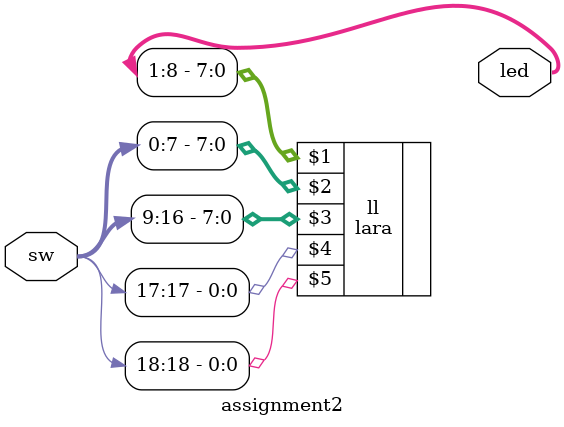
<source format=v>
module assignment2(sw, led);


input [0:18] sw;
output [0:18] led;


lara ll(led[1:8], sw[0:7], sw[9:16], sw[17], sw[18]);





endmodule
</source>
